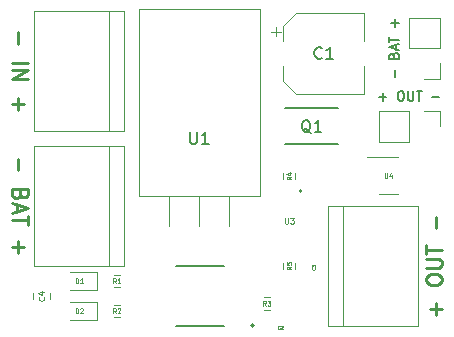
<source format=gbr>
%TF.GenerationSoftware,KiCad,Pcbnew,7.0.10*%
%TF.CreationDate,2024-07-15T19:27:34-03:00*%
%TF.ProjectId,board,626f6172-642e-46b6-9963-61645f706362,rev?*%
%TF.SameCoordinates,Original*%
%TF.FileFunction,Legend,Top*%
%TF.FilePolarity,Positive*%
%FSLAX46Y46*%
G04 Gerber Fmt 4.6, Leading zero omitted, Abs format (unit mm)*
G04 Created by KiCad (PCBNEW 7.0.10) date 2024-07-15 19:27:34*
%MOMM*%
%LPD*%
G01*
G04 APERTURE LIST*
%ADD10C,0.060000*%
%ADD11C,0.150000*%
%ADD12C,0.080000*%
%ADD13C,0.250000*%
%ADD14C,0.040000*%
%ADD15C,0.125000*%
%ADD16C,0.120000*%
%ADD17C,0.127000*%
%ADD18C,0.200000*%
G04 APERTURE END LIST*
D10*
X126704762Y-103585327D02*
X126704762Y-103185327D01*
X126704762Y-103185327D02*
X126800000Y-103185327D01*
X126800000Y-103185327D02*
X126857143Y-103204375D01*
X126857143Y-103204375D02*
X126895238Y-103242470D01*
X126895238Y-103242470D02*
X126914285Y-103280565D01*
X126914285Y-103280565D02*
X126933333Y-103356756D01*
X126933333Y-103356756D02*
X126933333Y-103413899D01*
X126933333Y-103413899D02*
X126914285Y-103490089D01*
X126914285Y-103490089D02*
X126895238Y-103528184D01*
X126895238Y-103528184D02*
X126857143Y-103566280D01*
X126857143Y-103566280D02*
X126800000Y-103585327D01*
X126800000Y-103585327D02*
X126704762Y-103585327D01*
X127314285Y-103585327D02*
X127085714Y-103585327D01*
X127200000Y-103585327D02*
X127200000Y-103185327D01*
X127200000Y-103185327D02*
X127161904Y-103242470D01*
X127161904Y-103242470D02*
X127123809Y-103280565D01*
X127123809Y-103280565D02*
X127085714Y-103299613D01*
X130108333Y-106125327D02*
X129975000Y-105934851D01*
X129879762Y-106125327D02*
X129879762Y-105725327D01*
X129879762Y-105725327D02*
X130032143Y-105725327D01*
X130032143Y-105725327D02*
X130070238Y-105744375D01*
X130070238Y-105744375D02*
X130089285Y-105763422D01*
X130089285Y-105763422D02*
X130108333Y-105801518D01*
X130108333Y-105801518D02*
X130108333Y-105858660D01*
X130108333Y-105858660D02*
X130089285Y-105896756D01*
X130089285Y-105896756D02*
X130070238Y-105915803D01*
X130070238Y-105915803D02*
X130032143Y-105934851D01*
X130032143Y-105934851D02*
X129879762Y-105934851D01*
X130260714Y-105763422D02*
X130279762Y-105744375D01*
X130279762Y-105744375D02*
X130317857Y-105725327D01*
X130317857Y-105725327D02*
X130413095Y-105725327D01*
X130413095Y-105725327D02*
X130451190Y-105744375D01*
X130451190Y-105744375D02*
X130470238Y-105763422D01*
X130470238Y-105763422D02*
X130489285Y-105801518D01*
X130489285Y-105801518D02*
X130489285Y-105839613D01*
X130489285Y-105839613D02*
X130470238Y-105896756D01*
X130470238Y-105896756D02*
X130241666Y-106125327D01*
X130241666Y-106125327D02*
X130489285Y-106125327D01*
D11*
X153727533Y-86180542D02*
X153727533Y-85571019D01*
X153613247Y-84313876D02*
X153651342Y-84199590D01*
X153651342Y-84199590D02*
X153689438Y-84161495D01*
X153689438Y-84161495D02*
X153765628Y-84123399D01*
X153765628Y-84123399D02*
X153879914Y-84123399D01*
X153879914Y-84123399D02*
X153956104Y-84161495D01*
X153956104Y-84161495D02*
X153994200Y-84199590D01*
X153994200Y-84199590D02*
X154032295Y-84275780D01*
X154032295Y-84275780D02*
X154032295Y-84580542D01*
X154032295Y-84580542D02*
X153232295Y-84580542D01*
X153232295Y-84580542D02*
X153232295Y-84313876D01*
X153232295Y-84313876D02*
X153270390Y-84237685D01*
X153270390Y-84237685D02*
X153308485Y-84199590D01*
X153308485Y-84199590D02*
X153384676Y-84161495D01*
X153384676Y-84161495D02*
X153460866Y-84161495D01*
X153460866Y-84161495D02*
X153537057Y-84199590D01*
X153537057Y-84199590D02*
X153575152Y-84237685D01*
X153575152Y-84237685D02*
X153613247Y-84313876D01*
X153613247Y-84313876D02*
X153613247Y-84580542D01*
X153803723Y-83818638D02*
X153803723Y-83437685D01*
X154032295Y-83894828D02*
X153232295Y-83628161D01*
X153232295Y-83628161D02*
X154032295Y-83361495D01*
X153232295Y-83209114D02*
X153232295Y-82751971D01*
X154032295Y-82980543D02*
X153232295Y-82980543D01*
X153727533Y-81875780D02*
X153727533Y-81266257D01*
X154032295Y-81571018D02*
X153422771Y-81571018D01*
D12*
X124004530Y-104756733D02*
X124028340Y-104780542D01*
X124028340Y-104780542D02*
X124052149Y-104851971D01*
X124052149Y-104851971D02*
X124052149Y-104899590D01*
X124052149Y-104899590D02*
X124028340Y-104971018D01*
X124028340Y-104971018D02*
X123980720Y-105018637D01*
X123980720Y-105018637D02*
X123933101Y-105042447D01*
X123933101Y-105042447D02*
X123837863Y-105066256D01*
X123837863Y-105066256D02*
X123766435Y-105066256D01*
X123766435Y-105066256D02*
X123671197Y-105042447D01*
X123671197Y-105042447D02*
X123623578Y-105018637D01*
X123623578Y-105018637D02*
X123575959Y-104971018D01*
X123575959Y-104971018D02*
X123552149Y-104899590D01*
X123552149Y-104899590D02*
X123552149Y-104851971D01*
X123552149Y-104851971D02*
X123575959Y-104780542D01*
X123575959Y-104780542D02*
X123599768Y-104756733D01*
X123718816Y-104328161D02*
X124052149Y-104328161D01*
X123528340Y-104447209D02*
X123885482Y-104566256D01*
X123885482Y-104566256D02*
X123885482Y-104256733D01*
D13*
X157192166Y-106255619D02*
X157192166Y-105265143D01*
X157687404Y-105760381D02*
X156696928Y-105760381D01*
X156387404Y-103408000D02*
X156387404Y-103160381D01*
X156387404Y-103160381D02*
X156449309Y-103036571D01*
X156449309Y-103036571D02*
X156573119Y-102912762D01*
X156573119Y-102912762D02*
X156820738Y-102850857D01*
X156820738Y-102850857D02*
X157254071Y-102850857D01*
X157254071Y-102850857D02*
X157501690Y-102912762D01*
X157501690Y-102912762D02*
X157625500Y-103036571D01*
X157625500Y-103036571D02*
X157687404Y-103160381D01*
X157687404Y-103160381D02*
X157687404Y-103408000D01*
X157687404Y-103408000D02*
X157625500Y-103531809D01*
X157625500Y-103531809D02*
X157501690Y-103655619D01*
X157501690Y-103655619D02*
X157254071Y-103717523D01*
X157254071Y-103717523D02*
X156820738Y-103717523D01*
X156820738Y-103717523D02*
X156573119Y-103655619D01*
X156573119Y-103655619D02*
X156449309Y-103531809D01*
X156449309Y-103531809D02*
X156387404Y-103408000D01*
X156387404Y-102293714D02*
X157439785Y-102293714D01*
X157439785Y-102293714D02*
X157563595Y-102231809D01*
X157563595Y-102231809D02*
X157625500Y-102169904D01*
X157625500Y-102169904D02*
X157687404Y-102046095D01*
X157687404Y-102046095D02*
X157687404Y-101798476D01*
X157687404Y-101798476D02*
X157625500Y-101674666D01*
X157625500Y-101674666D02*
X157563595Y-101612761D01*
X157563595Y-101612761D02*
X157439785Y-101550857D01*
X157439785Y-101550857D02*
X156387404Y-101550857D01*
X156387404Y-101117523D02*
X156387404Y-100374666D01*
X157687404Y-100746094D02*
X156387404Y-100746094D01*
X157192166Y-98950857D02*
X157192166Y-97960381D01*
D11*
X136398095Y-90793219D02*
X136398095Y-91602742D01*
X136398095Y-91602742D02*
X136445714Y-91697980D01*
X136445714Y-91697980D02*
X136493333Y-91745600D01*
X136493333Y-91745600D02*
X136588571Y-91793219D01*
X136588571Y-91793219D02*
X136779047Y-91793219D01*
X136779047Y-91793219D02*
X136874285Y-91745600D01*
X136874285Y-91745600D02*
X136921904Y-91697980D01*
X136921904Y-91697980D02*
X136969523Y-91602742D01*
X136969523Y-91602742D02*
X136969523Y-90793219D01*
X137969523Y-91793219D02*
X137398095Y-91793219D01*
X137683809Y-91793219D02*
X137683809Y-90793219D01*
X137683809Y-90793219D02*
X137588571Y-90936076D01*
X137588571Y-90936076D02*
X137493333Y-91031314D01*
X137493333Y-91031314D02*
X137398095Y-91078933D01*
D14*
X146939365Y-102302066D02*
X146951270Y-102313970D01*
X146951270Y-102313970D02*
X146963174Y-102349685D01*
X146963174Y-102349685D02*
X146963174Y-102373494D01*
X146963174Y-102373494D02*
X146951270Y-102409208D01*
X146951270Y-102409208D02*
X146927460Y-102433018D01*
X146927460Y-102433018D02*
X146903650Y-102444923D01*
X146903650Y-102444923D02*
X146856031Y-102456827D01*
X146856031Y-102456827D02*
X146820317Y-102456827D01*
X146820317Y-102456827D02*
X146772698Y-102444923D01*
X146772698Y-102444923D02*
X146748889Y-102433018D01*
X146748889Y-102433018D02*
X146725079Y-102409208D01*
X146725079Y-102409208D02*
X146713174Y-102373494D01*
X146713174Y-102373494D02*
X146713174Y-102349685D01*
X146713174Y-102349685D02*
X146725079Y-102313970D01*
X146725079Y-102313970D02*
X146736984Y-102302066D01*
X146713174Y-102218732D02*
X146713174Y-102063970D01*
X146713174Y-102063970D02*
X146808412Y-102147304D01*
X146808412Y-102147304D02*
X146808412Y-102111589D01*
X146808412Y-102111589D02*
X146820317Y-102087780D01*
X146820317Y-102087780D02*
X146832222Y-102075875D01*
X146832222Y-102075875D02*
X146856031Y-102063970D01*
X146856031Y-102063970D02*
X146915555Y-102063970D01*
X146915555Y-102063970D02*
X146939365Y-102075875D01*
X146939365Y-102075875D02*
X146951270Y-102087780D01*
X146951270Y-102087780D02*
X146963174Y-102111589D01*
X146963174Y-102111589D02*
X146963174Y-102183018D01*
X146963174Y-102183018D02*
X146951270Y-102206827D01*
X146951270Y-102206827D02*
X146939365Y-102218732D01*
D10*
X152862738Y-94295327D02*
X152862738Y-94619137D01*
X152862738Y-94619137D02*
X152881785Y-94657232D01*
X152881785Y-94657232D02*
X152900833Y-94676280D01*
X152900833Y-94676280D02*
X152938928Y-94695327D01*
X152938928Y-94695327D02*
X153015119Y-94695327D01*
X153015119Y-94695327D02*
X153053214Y-94676280D01*
X153053214Y-94676280D02*
X153072261Y-94657232D01*
X153072261Y-94657232D02*
X153091309Y-94619137D01*
X153091309Y-94619137D02*
X153091309Y-94295327D01*
X153453214Y-94428660D02*
X153453214Y-94695327D01*
X153357976Y-94276280D02*
X153262738Y-94561994D01*
X153262738Y-94561994D02*
X153510357Y-94561994D01*
D13*
X121826833Y-82342447D02*
X121826833Y-83332924D01*
X121331595Y-84942447D02*
X122631595Y-84942447D01*
X121331595Y-85561495D02*
X122631595Y-85561495D01*
X122631595Y-85561495D02*
X121331595Y-86304352D01*
X121331595Y-86304352D02*
X122631595Y-86304352D01*
X121826833Y-87913876D02*
X121826833Y-88904353D01*
X121331595Y-88409114D02*
X122322071Y-88409114D01*
D10*
X130108333Y-103585327D02*
X129975000Y-103394851D01*
X129879762Y-103585327D02*
X129879762Y-103185327D01*
X129879762Y-103185327D02*
X130032143Y-103185327D01*
X130032143Y-103185327D02*
X130070238Y-103204375D01*
X130070238Y-103204375D02*
X130089285Y-103223422D01*
X130089285Y-103223422D02*
X130108333Y-103261518D01*
X130108333Y-103261518D02*
X130108333Y-103318660D01*
X130108333Y-103318660D02*
X130089285Y-103356756D01*
X130089285Y-103356756D02*
X130070238Y-103375803D01*
X130070238Y-103375803D02*
X130032143Y-103394851D01*
X130032143Y-103394851D02*
X129879762Y-103394851D01*
X130489285Y-103585327D02*
X130260714Y-103585327D01*
X130375000Y-103585327D02*
X130375000Y-103185327D01*
X130375000Y-103185327D02*
X130336904Y-103242470D01*
X130336904Y-103242470D02*
X130298809Y-103280565D01*
X130298809Y-103280565D02*
X130260714Y-103299613D01*
D13*
X121826833Y-93060542D02*
X121826833Y-94051019D01*
X122012547Y-96093876D02*
X121950642Y-96279590D01*
X121950642Y-96279590D02*
X121888738Y-96341495D01*
X121888738Y-96341495D02*
X121764928Y-96403399D01*
X121764928Y-96403399D02*
X121579214Y-96403399D01*
X121579214Y-96403399D02*
X121455404Y-96341495D01*
X121455404Y-96341495D02*
X121393500Y-96279590D01*
X121393500Y-96279590D02*
X121331595Y-96155780D01*
X121331595Y-96155780D02*
X121331595Y-95660542D01*
X121331595Y-95660542D02*
X122631595Y-95660542D01*
X122631595Y-95660542D02*
X122631595Y-96093876D01*
X122631595Y-96093876D02*
X122569690Y-96217685D01*
X122569690Y-96217685D02*
X122507785Y-96279590D01*
X122507785Y-96279590D02*
X122383976Y-96341495D01*
X122383976Y-96341495D02*
X122260166Y-96341495D01*
X122260166Y-96341495D02*
X122136357Y-96279590D01*
X122136357Y-96279590D02*
X122074452Y-96217685D01*
X122074452Y-96217685D02*
X122012547Y-96093876D01*
X122012547Y-96093876D02*
X122012547Y-95660542D01*
X121703023Y-96898638D02*
X121703023Y-97517685D01*
X121331595Y-96774828D02*
X122631595Y-97208161D01*
X122631595Y-97208161D02*
X121331595Y-97641495D01*
X122631595Y-97889114D02*
X122631595Y-98631971D01*
X121331595Y-98260543D02*
X122631595Y-98260543D01*
X121826833Y-100055780D02*
X121826833Y-101046257D01*
X121331595Y-100551018D02*
X122322071Y-100551018D01*
D10*
X142808333Y-105490327D02*
X142675000Y-105299851D01*
X142579762Y-105490327D02*
X142579762Y-105090327D01*
X142579762Y-105090327D02*
X142732143Y-105090327D01*
X142732143Y-105090327D02*
X142770238Y-105109375D01*
X142770238Y-105109375D02*
X142789285Y-105128422D01*
X142789285Y-105128422D02*
X142808333Y-105166518D01*
X142808333Y-105166518D02*
X142808333Y-105223660D01*
X142808333Y-105223660D02*
X142789285Y-105261756D01*
X142789285Y-105261756D02*
X142770238Y-105280803D01*
X142770238Y-105280803D02*
X142732143Y-105299851D01*
X142732143Y-105299851D02*
X142579762Y-105299851D01*
X142941666Y-105090327D02*
X143189285Y-105090327D01*
X143189285Y-105090327D02*
X143055952Y-105242708D01*
X143055952Y-105242708D02*
X143113095Y-105242708D01*
X143113095Y-105242708D02*
X143151190Y-105261756D01*
X143151190Y-105261756D02*
X143170238Y-105280803D01*
X143170238Y-105280803D02*
X143189285Y-105318899D01*
X143189285Y-105318899D02*
X143189285Y-105414137D01*
X143189285Y-105414137D02*
X143170238Y-105452232D01*
X143170238Y-105452232D02*
X143151190Y-105471280D01*
X143151190Y-105471280D02*
X143113095Y-105490327D01*
X143113095Y-105490327D02*
X142998809Y-105490327D01*
X142998809Y-105490327D02*
X142960714Y-105471280D01*
X142960714Y-105471280D02*
X142941666Y-105452232D01*
D11*
X147534333Y-84509780D02*
X147486714Y-84557400D01*
X147486714Y-84557400D02*
X147343857Y-84605019D01*
X147343857Y-84605019D02*
X147248619Y-84605019D01*
X147248619Y-84605019D02*
X147105762Y-84557400D01*
X147105762Y-84557400D02*
X147010524Y-84462161D01*
X147010524Y-84462161D02*
X146962905Y-84366923D01*
X146962905Y-84366923D02*
X146915286Y-84176447D01*
X146915286Y-84176447D02*
X146915286Y-84033590D01*
X146915286Y-84033590D02*
X146962905Y-83843114D01*
X146962905Y-83843114D02*
X147010524Y-83747876D01*
X147010524Y-83747876D02*
X147105762Y-83652638D01*
X147105762Y-83652638D02*
X147248619Y-83605019D01*
X147248619Y-83605019D02*
X147343857Y-83605019D01*
X147343857Y-83605019D02*
X147486714Y-83652638D01*
X147486714Y-83652638D02*
X147534333Y-83700257D01*
X148486714Y-84605019D02*
X147915286Y-84605019D01*
X148201000Y-84605019D02*
X148201000Y-83605019D01*
X148201000Y-83605019D02*
X148105762Y-83747876D01*
X148105762Y-83747876D02*
X148010524Y-83843114D01*
X148010524Y-83843114D02*
X147915286Y-83890733D01*
X146589761Y-90872457D02*
X146494523Y-90824838D01*
X146494523Y-90824838D02*
X146399285Y-90729600D01*
X146399285Y-90729600D02*
X146256428Y-90586742D01*
X146256428Y-90586742D02*
X146161190Y-90539123D01*
X146161190Y-90539123D02*
X146065952Y-90539123D01*
X146113571Y-90777219D02*
X146018333Y-90729600D01*
X146018333Y-90729600D02*
X145923095Y-90634361D01*
X145923095Y-90634361D02*
X145875476Y-90443885D01*
X145875476Y-90443885D02*
X145875476Y-90110552D01*
X145875476Y-90110552D02*
X145923095Y-89920076D01*
X145923095Y-89920076D02*
X146018333Y-89824838D01*
X146018333Y-89824838D02*
X146113571Y-89777219D01*
X146113571Y-89777219D02*
X146304047Y-89777219D01*
X146304047Y-89777219D02*
X146399285Y-89824838D01*
X146399285Y-89824838D02*
X146494523Y-89920076D01*
X146494523Y-89920076D02*
X146542142Y-90110552D01*
X146542142Y-90110552D02*
X146542142Y-90443885D01*
X146542142Y-90443885D02*
X146494523Y-90634361D01*
X146494523Y-90634361D02*
X146399285Y-90729600D01*
X146399285Y-90729600D02*
X146304047Y-90777219D01*
X146304047Y-90777219D02*
X146113571Y-90777219D01*
X147494523Y-90777219D02*
X146923095Y-90777219D01*
X147208809Y-90777219D02*
X147208809Y-89777219D01*
X147208809Y-89777219D02*
X147113571Y-89920076D01*
X147113571Y-89920076D02*
X147018333Y-90015314D01*
X147018333Y-90015314D02*
X146923095Y-90062933D01*
D10*
X126704762Y-106125327D02*
X126704762Y-105725327D01*
X126704762Y-105725327D02*
X126800000Y-105725327D01*
X126800000Y-105725327D02*
X126857143Y-105744375D01*
X126857143Y-105744375D02*
X126895238Y-105782470D01*
X126895238Y-105782470D02*
X126914285Y-105820565D01*
X126914285Y-105820565D02*
X126933333Y-105896756D01*
X126933333Y-105896756D02*
X126933333Y-105953899D01*
X126933333Y-105953899D02*
X126914285Y-106030089D01*
X126914285Y-106030089D02*
X126895238Y-106068184D01*
X126895238Y-106068184D02*
X126857143Y-106106280D01*
X126857143Y-106106280D02*
X126800000Y-106125327D01*
X126800000Y-106125327D02*
X126704762Y-106125327D01*
X127085714Y-105763422D02*
X127104762Y-105744375D01*
X127104762Y-105744375D02*
X127142857Y-105725327D01*
X127142857Y-105725327D02*
X127238095Y-105725327D01*
X127238095Y-105725327D02*
X127276190Y-105744375D01*
X127276190Y-105744375D02*
X127295238Y-105763422D01*
X127295238Y-105763422D02*
X127314285Y-105801518D01*
X127314285Y-105801518D02*
X127314285Y-105839613D01*
X127314285Y-105839613D02*
X127295238Y-105896756D01*
X127295238Y-105896756D02*
X127066666Y-106125327D01*
X127066666Y-106125327D02*
X127314285Y-106125327D01*
X144961927Y-102200066D02*
X144771451Y-102333399D01*
X144961927Y-102428637D02*
X144561927Y-102428637D01*
X144561927Y-102428637D02*
X144561927Y-102276256D01*
X144561927Y-102276256D02*
X144580975Y-102238161D01*
X144580975Y-102238161D02*
X144600022Y-102219114D01*
X144600022Y-102219114D02*
X144638118Y-102200066D01*
X144638118Y-102200066D02*
X144695260Y-102200066D01*
X144695260Y-102200066D02*
X144733356Y-102219114D01*
X144733356Y-102219114D02*
X144752403Y-102238161D01*
X144752403Y-102238161D02*
X144771451Y-102276256D01*
X144771451Y-102276256D02*
X144771451Y-102428637D01*
X144561927Y-101838161D02*
X144561927Y-102028637D01*
X144561927Y-102028637D02*
X144752403Y-102047685D01*
X144752403Y-102047685D02*
X144733356Y-102028637D01*
X144733356Y-102028637D02*
X144714308Y-101990542D01*
X144714308Y-101990542D02*
X144714308Y-101895304D01*
X144714308Y-101895304D02*
X144733356Y-101857209D01*
X144733356Y-101857209D02*
X144752403Y-101838161D01*
X144752403Y-101838161D02*
X144790499Y-101819114D01*
X144790499Y-101819114D02*
X144885737Y-101819114D01*
X144885737Y-101819114D02*
X144923832Y-101838161D01*
X144923832Y-101838161D02*
X144942880Y-101857209D01*
X144942880Y-101857209D02*
X144961927Y-101895304D01*
X144961927Y-101895304D02*
X144961927Y-101990542D01*
X144961927Y-101990542D02*
X144942880Y-102028637D01*
X144942880Y-102028637D02*
X144923832Y-102047685D01*
D14*
X143976333Y-107430165D02*
X143964429Y-107442070D01*
X143964429Y-107442070D02*
X143928714Y-107453974D01*
X143928714Y-107453974D02*
X143904905Y-107453974D01*
X143904905Y-107453974D02*
X143869191Y-107442070D01*
X143869191Y-107442070D02*
X143845381Y-107418260D01*
X143845381Y-107418260D02*
X143833476Y-107394450D01*
X143833476Y-107394450D02*
X143821572Y-107346831D01*
X143821572Y-107346831D02*
X143821572Y-107311117D01*
X143821572Y-107311117D02*
X143833476Y-107263498D01*
X143833476Y-107263498D02*
X143845381Y-107239689D01*
X143845381Y-107239689D02*
X143869191Y-107215879D01*
X143869191Y-107215879D02*
X143904905Y-107203974D01*
X143904905Y-107203974D02*
X143928714Y-107203974D01*
X143928714Y-107203974D02*
X143964429Y-107215879D01*
X143964429Y-107215879D02*
X143976333Y-107227784D01*
X144071572Y-107227784D02*
X144083476Y-107215879D01*
X144083476Y-107215879D02*
X144107286Y-107203974D01*
X144107286Y-107203974D02*
X144166810Y-107203974D01*
X144166810Y-107203974D02*
X144190619Y-107215879D01*
X144190619Y-107215879D02*
X144202524Y-107227784D01*
X144202524Y-107227784D02*
X144214429Y-107251593D01*
X144214429Y-107251593D02*
X144214429Y-107275403D01*
X144214429Y-107275403D02*
X144202524Y-107311117D01*
X144202524Y-107311117D02*
X144059667Y-107453974D01*
X144059667Y-107453974D02*
X144214429Y-107453974D01*
D10*
X144961927Y-94580066D02*
X144771451Y-94713399D01*
X144961927Y-94808637D02*
X144561927Y-94808637D01*
X144561927Y-94808637D02*
X144561927Y-94656256D01*
X144561927Y-94656256D02*
X144580975Y-94618161D01*
X144580975Y-94618161D02*
X144600022Y-94599114D01*
X144600022Y-94599114D02*
X144638118Y-94580066D01*
X144638118Y-94580066D02*
X144695260Y-94580066D01*
X144695260Y-94580066D02*
X144733356Y-94599114D01*
X144733356Y-94599114D02*
X144752403Y-94618161D01*
X144752403Y-94618161D02*
X144771451Y-94656256D01*
X144771451Y-94656256D02*
X144771451Y-94808637D01*
X144695260Y-94237209D02*
X144961927Y-94237209D01*
X144542880Y-94332447D02*
X144828594Y-94427685D01*
X144828594Y-94427685D02*
X144828594Y-94180066D01*
D11*
X152392619Y-87839933D02*
X153002143Y-87839933D01*
X152697381Y-88144695D02*
X152697381Y-87535171D01*
X154145000Y-87344695D02*
X154297381Y-87344695D01*
X154297381Y-87344695D02*
X154373571Y-87382790D01*
X154373571Y-87382790D02*
X154449762Y-87458980D01*
X154449762Y-87458980D02*
X154487857Y-87611361D01*
X154487857Y-87611361D02*
X154487857Y-87878028D01*
X154487857Y-87878028D02*
X154449762Y-88030409D01*
X154449762Y-88030409D02*
X154373571Y-88106600D01*
X154373571Y-88106600D02*
X154297381Y-88144695D01*
X154297381Y-88144695D02*
X154145000Y-88144695D01*
X154145000Y-88144695D02*
X154068809Y-88106600D01*
X154068809Y-88106600D02*
X153992619Y-88030409D01*
X153992619Y-88030409D02*
X153954523Y-87878028D01*
X153954523Y-87878028D02*
X153954523Y-87611361D01*
X153954523Y-87611361D02*
X153992619Y-87458980D01*
X153992619Y-87458980D02*
X154068809Y-87382790D01*
X154068809Y-87382790D02*
X154145000Y-87344695D01*
X154830714Y-87344695D02*
X154830714Y-87992314D01*
X154830714Y-87992314D02*
X154868809Y-88068504D01*
X154868809Y-88068504D02*
X154906904Y-88106600D01*
X154906904Y-88106600D02*
X154983095Y-88144695D01*
X154983095Y-88144695D02*
X155135476Y-88144695D01*
X155135476Y-88144695D02*
X155211666Y-88106600D01*
X155211666Y-88106600D02*
X155249761Y-88068504D01*
X155249761Y-88068504D02*
X155287857Y-87992314D01*
X155287857Y-87992314D02*
X155287857Y-87344695D01*
X155554523Y-87344695D02*
X156011666Y-87344695D01*
X155783094Y-88144695D02*
X155783094Y-87344695D01*
X156887857Y-87839933D02*
X157497381Y-87839933D01*
D15*
X144399047Y-98063209D02*
X144399047Y-98467971D01*
X144399047Y-98467971D02*
X144422857Y-98515590D01*
X144422857Y-98515590D02*
X144446666Y-98539400D01*
X144446666Y-98539400D02*
X144494285Y-98563209D01*
X144494285Y-98563209D02*
X144589523Y-98563209D01*
X144589523Y-98563209D02*
X144637142Y-98539400D01*
X144637142Y-98539400D02*
X144660952Y-98515590D01*
X144660952Y-98515590D02*
X144684761Y-98467971D01*
X144684761Y-98467971D02*
X144684761Y-98063209D01*
X144875238Y-98063209D02*
X145184762Y-98063209D01*
X145184762Y-98063209D02*
X145018095Y-98253685D01*
X145018095Y-98253685D02*
X145089524Y-98253685D01*
X145089524Y-98253685D02*
X145137143Y-98277495D01*
X145137143Y-98277495D02*
X145160952Y-98301304D01*
X145160952Y-98301304D02*
X145184762Y-98348923D01*
X145184762Y-98348923D02*
X145184762Y-98467971D01*
X145184762Y-98467971D02*
X145160952Y-98515590D01*
X145160952Y-98515590D02*
X145137143Y-98539400D01*
X145137143Y-98539400D02*
X145089524Y-98563209D01*
X145089524Y-98563209D02*
X144946667Y-98563209D01*
X144946667Y-98563209D02*
X144899048Y-98539400D01*
X144899048Y-98539400D02*
X144875238Y-98515590D01*
D16*
%TO.C,D1*%
X128485000Y-104138400D02*
X128485000Y-102668400D01*
X128485000Y-102668400D02*
X126200000Y-102668400D01*
X126200000Y-104138400D02*
X128485000Y-104138400D01*
%TO.C,R2*%
X129937742Y-105420900D02*
X130412258Y-105420900D01*
X129937742Y-106465900D02*
X130412258Y-106465900D01*
%TO.C,J4*%
X157540000Y-86323400D02*
X156210000Y-86323400D01*
X157540000Y-84993400D02*
X157540000Y-86323400D01*
X157540000Y-83723400D02*
X157540000Y-81123400D01*
X157540000Y-83723400D02*
X154880000Y-83723400D01*
X157540000Y-81123400D02*
X154880000Y-81123400D01*
X154880000Y-83723400D02*
X154880000Y-81123400D01*
%TO.C,C4*%
X124560000Y-104412148D02*
X124560000Y-104934652D01*
X123090000Y-104412148D02*
X123090000Y-104934652D01*
%TO.C,J3*%
X155702000Y-97028000D02*
X148082000Y-97028000D01*
X148082000Y-97028000D02*
X148082000Y-107188000D01*
X155702000Y-107188000D02*
X155702000Y-97028000D01*
X149352000Y-107188000D02*
X149352000Y-97028000D01*
X148082000Y-107188000D02*
X155702000Y-107188000D01*
%TO.C,U1*%
X132040000Y-80353400D02*
X132040000Y-96243400D01*
X132040000Y-80353400D02*
X142280000Y-80353400D01*
X132040000Y-96243400D02*
X142280000Y-96243400D01*
X134620000Y-96243400D02*
X134620000Y-98783400D01*
X137160000Y-96243400D02*
X137160000Y-98783400D01*
X139700000Y-96243400D02*
X139700000Y-98783400D01*
X142280000Y-80353400D02*
X142280000Y-96243400D01*
%TO.C,U4*%
X153167500Y-92953400D02*
X151367500Y-92953400D01*
X153167500Y-92953400D02*
X153967500Y-92953400D01*
X153167500Y-96073400D02*
X152367500Y-96073400D01*
X153167500Y-96073400D02*
X153967500Y-96073400D01*
%TO.C,J1*%
X123190000Y-90703400D02*
X130810000Y-90703400D01*
X130810000Y-90703400D02*
X130810000Y-80543400D01*
X123190000Y-80543400D02*
X123190000Y-90703400D01*
X129540000Y-80543400D02*
X129540000Y-90703400D01*
X130810000Y-80543400D02*
X123190000Y-80543400D01*
%TO.C,R1*%
X129937742Y-102880900D02*
X130412258Y-102880900D01*
X129937742Y-103925900D02*
X130412258Y-103925900D01*
D17*
%TO.C,U2*%
X139225000Y-107223400D02*
X135225000Y-107223400D01*
X139225000Y-102123400D02*
X135225000Y-102123400D01*
D18*
X141770000Y-107178400D02*
G75*
G03*
X141570000Y-107178400I-100000J0D01*
G01*
X141570000Y-107178400D02*
G75*
G03*
X141770000Y-107178400I100000J0D01*
G01*
D16*
%TO.C,J2*%
X123190000Y-102133400D02*
X130810000Y-102133400D01*
X130810000Y-102133400D02*
X130810000Y-91973400D01*
X123190000Y-91973400D02*
X123190000Y-102133400D01*
X129540000Y-91973400D02*
X129540000Y-102133400D01*
X130810000Y-91973400D02*
X123190000Y-91973400D01*
%TO.C,R3*%
X143112258Y-105830900D02*
X142637742Y-105830900D01*
X143112258Y-104785900D02*
X142637742Y-104785900D01*
%TO.C,C1*%
X143263500Y-82302700D02*
X144051000Y-82302700D01*
X143657250Y-81908950D02*
X143657250Y-82696450D01*
X144291000Y-81804637D02*
X144291000Y-83090200D01*
X144291000Y-81804637D02*
X145355437Y-80740200D01*
X144291000Y-86495763D02*
X144291000Y-85210200D01*
X144291000Y-86495763D02*
X145355437Y-87560200D01*
X145355437Y-80740200D02*
X151111000Y-80740200D01*
X145355437Y-87560200D02*
X151111000Y-87560200D01*
X151111000Y-80740200D02*
X151111000Y-83090200D01*
X151111000Y-87560200D02*
X151111000Y-85210200D01*
D17*
%TO.C,Q1*%
X144435000Y-88807400D02*
X148935000Y-88807400D01*
X144435000Y-91837400D02*
X148935000Y-91837400D01*
D16*
%TO.C,D2*%
X128485000Y-106678400D02*
X128485000Y-105208400D01*
X128485000Y-105208400D02*
X126200000Y-105208400D01*
X126200000Y-106678400D02*
X128485000Y-106678400D01*
%TO.C,R5*%
X144257500Y-102370658D02*
X144257500Y-101896142D01*
X145302500Y-102370658D02*
X145302500Y-101896142D01*
%TO.C,R4*%
X145302500Y-94276142D02*
X145302500Y-94750658D01*
X144257500Y-94276142D02*
X144257500Y-94750658D01*
%TO.C,J5*%
X157545000Y-88992400D02*
X157545000Y-90322400D01*
X156215000Y-88992400D02*
X157545000Y-88992400D01*
X154945000Y-88992400D02*
X152345000Y-88992400D01*
X154945000Y-88992400D02*
X154945000Y-91652400D01*
X152345000Y-88992400D02*
X152345000Y-91652400D01*
X154945000Y-91652400D02*
X152345000Y-91652400D01*
D18*
%TO.C,U3*%
X145830000Y-95783400D02*
G75*
G03*
X145630000Y-95783400I-100000J0D01*
G01*
X145630000Y-95783400D02*
G75*
G03*
X145830000Y-95783400I100000J0D01*
G01*
%TD*%
M02*

</source>
